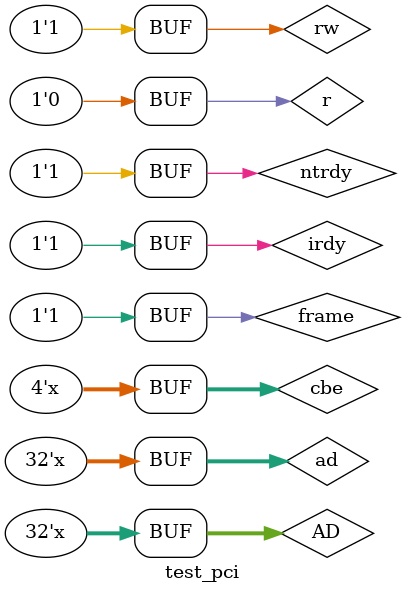
<source format=v>
module test_pci;
reg rw;
reg ntrdy;
reg frame;
reg irdy;
wire DEVSEL,TRDY;
reg [31:0]ad;
wire [31:0]AD;
reg r;
reg [3:0]cbe;
initial
begin
r <= 1;
frame <= 1;
irdy <= 1;
//write state
#5
r<=0;
frame<=0;
ad<=0;
cbe<=4'b0111;
rw=1;

#10 //data1

ad<=4'b1101; 
cbe<=4'b1111;
irdy<=0;

#10 //data 2
frame <=0;
ad<=4'b1000;
cbe<=4'b1101;

#10 //data 3
frame <=1;
ad<=4'b1010;
cbe<=4'b0101;


#10 
irdy <=1;
ad<=32'hzzzzzzzz;
cbe <= 4'bzzzz;

#10 //turn around

//read operation

#10
r<=0;
ntrdy <=0;
frame<=0;
ad<=0;
cbe<=4'b0110;
rw <=1;


#10 //turn around
ad = 32'hzzzzzzzz;
rw = 0;
cbe=4'b1111;
irdy=0;

#10 
frame <=0;
cbe=4'b1111;

#10 //data 2
irdy = 0;
cbe<=4'b1101;

#10
irdy = 0;
frame <= 1;
cbe<=4'b0101;

#10
irdy <=1;
cbe <= 4'bzzzz;

#10 //turn around
//read operation not normal

#10
r<=0;
ntrdy <=0;
frame<=0;
ad<=0;
cbe<=4'b0110;
rw<=1;


#10 //turn around
ad = 32'hzzzzzzzz;
rw = 0;
cbe=4'b1111;
irdy=0;

#10 //data1
frame <=0;
cbe<=4'b1111;

#10 //data 2
irdy = 1;
cbe<=4'b1101;

#10
irdy = 0;

#10 //data 3

frame <= 1;
cbe<=4'b0101;

#10
irdy <=1;
cbe <= 4'bzzzz;

#10 //turn around

//target_scenario not ready

#10
r<=0;
frame<=0;
ad<=0;
cbe<=4'b0110;
ntrdy <=1;
rw <=1;


#10 //turn around
ad = 32'hzzzzzzzz;
rw = 0;
cbe=4'b1111;
irdy=0;

#10 //data1
frame <=0;
cbe<=4'b1111;

#10 //data 2
irdy <= 0;
cbe<=4'b1111;

#10
irdy = 0;
cbe<=4'b1101;
#10 //data 3

frame <= 1;
cbe<=4'b0101;

#10
irdy <=1;
cbe <= 4'bzzzz;


#10 //turn around

//over flow,taret not ready in write
#10 frame<=0;
ad<=0;
cbe<=4'b0111;
rw=1;

#10 //data1

ad<=4'b1101; 
cbe<=4'b1111;
irdy<=0;

#10 //data 2
frame <=0;
ad<=4'b1000;
cbe<=4'b1101;

#10 //data 3
ad<=4'b1010;
cbe<=4'b1111;

#10 //data4
ad <= 4'b1111;
cbe <= 4'b0101;
#5 if(TRDY)begin
#5;
end
#10 //data 5
frame <=1;
ad<=4'b0101;
#5 
if(!TRDY)begin
#5;
irdy <=1;
ad<=32'hzzzzzzzz;
cbe <= 4'bzzzz;
end

#10 //turn around

//irdy not ready in write
#10
frame<=0;
ad<=1;
cbe<=4'b0111;
rw=1;

#10 //data1
ad<=4'b1101; 
cbe<=4'b1111;
irdy<=0;

#10
irdy = 1;
ad<=32'hzzzzzzzz;
cbe <= 4'bzzzz;

#10 //data 2
frame <=0;
ad<=4'b1000;
cbe<=4'b1111;
irdy <=0;

#10 //data 3
frame <=1;
ad<=4'b1010;
cbe<=4'b1111;


#10 
irdy <=1;
ad<=32'hzzzzzzzz;
cbe <= 4'bzzzz;

#10;
end 

assign AD=(rw==1?ad:32'hzzzzzzzz);
Clock k(clk);
targetll t(clk,r,frame,AD,DEVSEL,cbe,irdy,TRDY,rw,ntrdy);
endmodule


</source>
